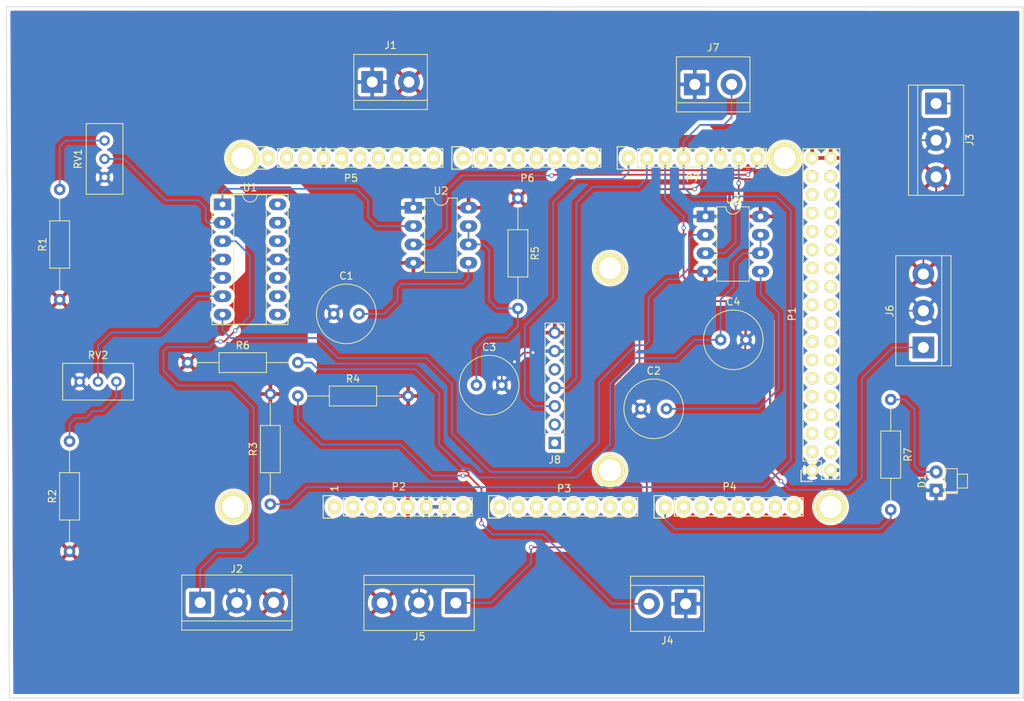
<source format=kicad_pcb>
(kicad_pcb (version 20171130) (host pcbnew "(5.1.6)-1")
  (title_block (date "mar. 31 mars 2015"))
  (layers (0 F.Cu signal) (31 B.Cu signal) (34 B.Paste user) (35 F.Paste user) (36 B.SilkS user) (37 F.SilkS user) (38 B.Mask user) (39 F.Mask user) (44 Edge.Cuts user))
  (net 0 "")
  (net 1 GND)
  (net 2 "Net-(C1-Pad2)")
  (net 3 "Net-(C2-Pad2)")
  (net 4 "Net-(C3-Pad1)")
  (net 5 "Net-(C4-Pad1)")
  (net 6 VCC)
  (net 7 IR_GENTS)
  (net 8 IR_LADIES)
  (net 9 INT2_REED_GENTS)
  (net 10 INT3_FLOW_GENTS)
  (net 11 INT5_FLOW_LADIES)
  (net 12 INT4_REED_LADIES)
  (net 13 MCU_TX)
  (net 14 MCU_RX)
  (net 15 INT1_LADIES)
  (net 16 INT0_GENTS)
  (net 17 "Net-(R1-Pad2)")
  (net 18 "Net-(R2-Pad2)")
  (net 19 CV_GENTS)
  (net 20 CV_LADIES)
  (net 21 GENTS_VOUT)
  (net 22 LADIES_VOUT)
  (net 23 "Net-(D1-Pad2)")
  (net 24 LED)
  (module Potentiometer_THT:Potentiometer_Bourns_3296W_Vertical (layer F.Cu) (at 101.19 101.81)
    (fp_text reference RV2 (at -2.54 -3.66) (layer F.SilkS))
    (fp_text value R_POT)
    (pad 1 thru_hole circle (at 0 0) (size 1.44 1.44) (drill 0.8) (layers *.Cu *.Mask) (net 18 "Net-(R2-Pad2)"))
    (pad 2 thru_hole circle (at -2.54 0) (size 1.44 1.44) (drill 0.8) (layers *.Cu *.Mask) (net 20 CV_LADIES))
    (pad 3 thru_hole circle (at -5.08 0) (size 1.44 1.44) (drill 0.8) (layers *.Cu *.Mask) (net 1 GND))
  )
  (module Socket_Arduino_Mega:Socket_Strip_Arduino_2x18 (layer F.Cu) (at 197.358 114.046 90)
    (fp_text reference P1 (at 21.59 -2.794 90) (layer F.SilkS))
    (fp_text value Digital)
    (pad 1 thru_hole circle (at 0 0 90) (size 1.7272 1.7272) (drill 1.016) (layers *.Cu *.Mask F.SilkS) (net 1 GND))
    (pad 2 thru_hole oval (at 0 2.54 90) (size 1.7272 1.7272) (drill 1.016) (layers *.Cu *.Mask F.SilkS) (net 1 GND))
    (pad 3 thru_hole oval (at 2.54 0 90) (size 1.7272 1.7272) (drill 1.016) (layers *.Cu *.Mask F.SilkS))
    (pad 4 thru_hole oval (at 2.54 2.54 90) (size 1.7272 1.7272) (drill 1.016) (layers *.Cu *.Mask F.SilkS))
    (pad 5 thru_hole oval (at 5.08 0 90) (size 1.7272 1.7272) (drill 1.016) (layers *.Cu *.Mask F.SilkS))
    (pad 6 thru_hole oval (at 5.08 2.54 90) (size 1.7272 1.7272) (drill 1.016) (layers *.Cu *.Mask F.SilkS))
    (pad 7 thru_hole oval (at 7.62 0 90) (size 1.7272 1.7272) (drill 1.016) (layers *.Cu *.Mask F.SilkS))
    (pad 8 thru_hole oval (at 7.62 2.54 90) (size 1.7272 1.7272) (drill 1.016) (layers *.Cu *.Mask F.SilkS))
    (pad 9 thru_hole oval (at 10.16 0 90) (size 1.7272 1.7272) (drill 1.016) (layers *.Cu *.Mask F.SilkS))
    (pad 10 thru_hole oval (at 10.16 2.54 90) (size 1.7272 1.7272) (drill 1.016) (layers *.Cu *.Mask F.SilkS))
    (pad 11 thru_hole oval (at 12.7 0 90) (size 1.7272 1.7272) (drill 1.016) (layers *.Cu *.Mask F.SilkS))
    (pad 12 thru_hole oval (at 12.7 2.54 90) (size 1.7272 1.7272) (drill 1.016) (layers *.Cu *.Mask F.SilkS))
    (pad 13 thru_hole oval (at 15.24 0 90) (size 1.7272 1.7272) (drill 1.016) (layers *.Cu *.Mask F.SilkS))
    (pad 14 thru_hole oval (at 15.24 2.54 90) (size 1.7272 1.7272) (drill 1.016) (layers *.Cu *.Mask F.SilkS))
    (pad 15 thru_hole oval (at 17.78 0 90) (size 1.7272 1.7272) (drill 1.016) (layers *.Cu *.Mask F.SilkS))
    (pad 16 thru_hole oval (at 17.78 2.54 90) (size 1.7272 1.7272) (drill 1.016) (layers *.Cu *.Mask F.SilkS))
    (pad 17 thru_hole oval (at 20.32 0 90) (size 1.7272 1.7272) (drill 1.016) (layers *.Cu *.Mask F.SilkS))
    (pad 18 thru_hole oval (at 20.32 2.54 90) (size 1.7272 1.7272) (drill 1.016) (layers *.Cu *.Mask F.SilkS))
    (pad 19 thru_hole oval (at 22.86 0 90) (size 1.7272 1.7272) (drill 1.016) (layers *.Cu *.Mask F.SilkS))
    (pad 20 thru_hole oval (at 22.86 2.54 90) (size 1.7272 1.7272) (drill 1.016) (layers *.Cu *.Mask F.SilkS))
    (pad 21 thru_hole oval (at 25.4 0 90) (size 1.7272 1.7272) (drill 1.016) (layers *.Cu *.Mask F.SilkS))
    (pad 22 thru_hole oval (at 25.4 2.54 90) (size 1.7272 1.7272) (drill 1.016) (layers *.Cu *.Mask F.SilkS))
    (pad 23 thru_hole oval (at 27.94 0 90) (size 1.7272 1.7272) (drill 1.016) (layers *.Cu *.Mask F.SilkS))
    (pad 24 thru_hole oval (at 27.94 2.54 90) (size 1.7272 1.7272) (drill 1.016) (layers *.Cu *.Mask F.SilkS))
    (pad 25 thru_hole oval (at 30.48 0 90) (size 1.7272 1.7272) (drill 1.016) (layers *.Cu *.Mask F.SilkS))
    (pad 26 thru_hole oval (at 30.48 2.54 90) (size 1.7272 1.7272) (drill 1.016) (layers *.Cu *.Mask F.SilkS))
    (pad 27 thru_hole oval (at 33.02 0 90) (size 1.7272 1.7272) (drill 1.016) (layers *.Cu *.Mask F.SilkS))
    (pad 28 thru_hole oval (at 33.02 2.54 90) (size 1.7272 1.7272) (drill 1.016) (layers *.Cu *.Mask F.SilkS))
    (pad 29 thru_hole oval (at 35.56 0 90) (size 1.7272 1.7272) (drill 1.016) (layers *.Cu *.Mask F.SilkS))
    (pad 30 thru_hole oval (at 35.56 2.54 90) (size 1.7272 1.7272) (drill 1.016) (layers *.Cu *.Mask F.SilkS))
    (pad 31 thru_hole oval (at 38.1 0 90) (size 1.7272 1.7272) (drill 1.016) (layers *.Cu *.Mask F.SilkS))
    (pad 32 thru_hole oval (at 38.1 2.54 90) (size 1.7272 1.7272) (drill 1.016) (layers *.Cu *.Mask F.SilkS))
    (pad 33 thru_hole oval (at 40.64 0 90) (size 1.7272 1.7272) (drill 1.016) (layers *.Cu *.Mask F.SilkS))
    (pad 34 thru_hole oval (at 40.64 2.54 90) (size 1.7272 1.7272) (drill 1.016) (layers *.Cu *.Mask F.SilkS))
    (pad 35 thru_hole oval (at 43.18 0 90) (size 1.7272 1.7272) (drill 1.016) (layers *.Cu *.Mask F.SilkS) (net 6 VCC))
    (pad 36 thru_hole oval (at 43.18 2.54 90) (size 1.7272 1.7272) (drill 1.016) (layers *.Cu *.Mask F.SilkS) (net 6 VCC))
  )
  (module Socket_Arduino_Mega:Socket_Strip_Arduino_1x08 (layer F.Cu) (at 131.318 119.126)
    (fp_text reference P2 (at 8.89 -2.794) (layer F.SilkS))
    (fp_text value Power)
    (pad 1 thru_hole oval (at 0 0) (size 1.7272 2.032) (drill 1.016) (layers *.Cu *.Mask F.SilkS))
    (pad 2 thru_hole oval (at 2.54 0) (size 1.7272 2.032) (drill 1.016) (layers *.Cu *.Mask F.SilkS))
    (pad 3 thru_hole oval (at 5.08 0) (size 1.7272 2.032) (drill 1.016) (layers *.Cu *.Mask F.SilkS))
    (pad 4 thru_hole oval (at 7.62 0) (size 1.7272 2.032) (drill 1.016) (layers *.Cu *.Mask F.SilkS))
    (pad 5 thru_hole oval (at 10.16 0) (size 1.7272 2.032) (drill 1.016) (layers *.Cu *.Mask F.SilkS) (net 6 VCC))
    (pad 6 thru_hole oval (at 12.7 0) (size 1.7272 2.032) (drill 1.016) (layers *.Cu *.Mask F.SilkS) (net 1 GND))
    (pad 7 thru_hole oval (at 15.24 0) (size 1.7272 2.032) (drill 1.016) (layers *.Cu *.Mask F.SilkS) (net 1 GND))
    (pad 8 thru_hole oval (at 17.78 0) (size 1.7272 2.032) (drill 1.016) (layers *.Cu *.Mask F.SilkS))
  )
  (module Socket_Arduino_Mega:Socket_Strip_Arduino_1x08 (layer F.Cu) (at 154.178 119.126)
    (fp_text reference P3 (at 8.89 -2.54) (layer F.SilkS))
    (fp_text value Analog)
    (pad 1 thru_hole oval (at 0 0) (size 1.7272 2.032) (drill 1.016) (layers *.Cu *.Mask F.SilkS))
    (pad 2 thru_hole oval (at 2.54 0) (size 1.7272 2.032) (drill 1.016) (layers *.Cu *.Mask F.SilkS))
    (pad 3 thru_hole oval (at 5.08 0) (size 1.7272 2.032) (drill 1.016) (layers *.Cu *.Mask F.SilkS))
    (pad 4 thru_hole oval (at 7.62 0) (size 1.7272 2.032) (drill 1.016) (layers *.Cu *.Mask F.SilkS))
    (pad 5 thru_hole oval (at 10.16 0) (size 1.7272 2.032) (drill 1.016) (layers *.Cu *.Mask F.SilkS))
    (pad 6 thru_hole oval (at 12.7 0) (size 1.7272 2.032) (drill 1.016) (layers *.Cu *.Mask F.SilkS))
    (pad 7 thru_hole oval (at 15.24 0) (size 1.7272 2.032) (drill 1.016) (layers *.Cu *.Mask F.SilkS))
    (pad 8 thru_hole oval (at 17.78 0) (size 1.7272 2.032) (drill 1.016) (layers *.Cu *.Mask F.SilkS))
  )
  (module Socket_Arduino_Mega:Socket_Strip_Arduino_1x08 (layer F.Cu) (at 177.038 119.126)
    (fp_text reference P4 (at 8.89 -2.794) (layer F.SilkS))
    (fp_text value Analog)
    (pad 1 thru_hole oval (at 0 0) (size 1.7272 2.032) (drill 1.016) (layers *.Cu *.Mask F.SilkS) (net 24 LED))
    (pad 2 thru_hole oval (at 2.54 0) (size 1.7272 2.032) (drill 1.016) (layers *.Cu *.Mask F.SilkS))
    (pad 3 thru_hole oval (at 5.08 0) (size 1.7272 2.032) (drill 1.016) (layers *.Cu *.Mask F.SilkS))
    (pad 4 thru_hole oval (at 7.62 0) (size 1.7272 2.032) (drill 1.016) (layers *.Cu *.Mask F.SilkS))
    (pad 5 thru_hole oval (at 10.16 0) (size 1.7272 2.032) (drill 1.016) (layers *.Cu *.Mask F.SilkS))
    (pad 6 thru_hole oval (at 12.7 0) (size 1.7272 2.032) (drill 1.016) (layers *.Cu *.Mask F.SilkS))
    (pad 7 thru_hole oval (at 15.24 0) (size 1.7272 2.032) (drill 1.016) (layers *.Cu *.Mask F.SilkS))
    (pad 8 thru_hole oval (at 17.78 0) (size 1.7272 2.032) (drill 1.016) (layers *.Cu *.Mask F.SilkS))
  )
  (module Socket_Arduino_Mega:Socket_Strip_Arduino_1x10 (layer F.Cu) (at 122.174 70.866)
    (fp_text reference P5 (at 11.43 2.794) (layer F.SilkS))
    (fp_text value PWM)
    (pad 1 thru_hole oval (at 0 0) (size 1.7272 2.032) (drill 1.016) (layers *.Cu *.Mask F.SilkS))
    (pad 2 thru_hole oval (at 2.54 0) (size 1.7272 2.032) (drill 1.016) (layers *.Cu *.Mask F.SilkS))
    (pad 3 thru_hole oval (at 5.08 0) (size 1.7272 2.032) (drill 1.016) (layers *.Cu *.Mask F.SilkS))
    (pad 4 thru_hole oval (at 7.62 0) (size 1.7272 2.032) (drill 1.016) (layers *.Cu *.Mask F.SilkS) (net 1 GND))
    (pad 5 thru_hole oval (at 10.16 0) (size 1.7272 2.032) (drill 1.016) (layers *.Cu *.Mask F.SilkS))
    (pad 6 thru_hole oval (at 12.7 0) (size 1.7272 2.032) (drill 1.016) (layers *.Cu *.Mask F.SilkS))
    (pad 7 thru_hole oval (at 15.24 0) (size 1.7272 2.032) (drill 1.016) (layers *.Cu *.Mask F.SilkS))
    (pad 8 thru_hole oval (at 17.78 0) (size 1.7272 2.032) (drill 1.016) (layers *.Cu *.Mask F.SilkS))
    (pad 9 thru_hole oval (at 20.32 0) (size 1.7272 2.032) (drill 1.016) (layers *.Cu *.Mask F.SilkS))
    (pad 10 thru_hole oval (at 22.86 0) (size 1.7272 2.032) (drill 1.016) (layers *.Cu *.Mask F.SilkS))
  )
  (module Socket_Arduino_Mega:Socket_Strip_Arduino_1x08 (layer F.Cu) (at 149.098 70.866)
    (fp_text reference P6 (at 8.89 2.794) (layer F.SilkS))
    (fp_text value PWM)
    (pad 1 thru_hole oval (at 0 0) (size 1.7272 2.032) (drill 1.016) (layers *.Cu *.Mask F.SilkS))
    (pad 2 thru_hole oval (at 2.54 0) (size 1.7272 2.032) (drill 1.016) (layers *.Cu *.Mask F.SilkS))
    (pad 3 thru_hole oval (at 5.08 0) (size 1.7272 2.032) (drill 1.016) (layers *.Cu *.Mask F.SilkS))
    (pad 4 thru_hole oval (at 7.62 0) (size 1.7272 2.032) (drill 1.016) (layers *.Cu *.Mask F.SilkS))
    (pad 5 thru_hole oval (at 10.16 0) (size 1.7272 2.032) (drill 1.016) (layers *.Cu *.Mask F.SilkS))
    (pad 6 thru_hole oval (at 12.7 0) (size 1.7272 2.032) (drill 1.016) (layers *.Cu *.Mask F.SilkS))
    (pad 7 thru_hole oval (at 15.24 0) (size 1.7272 2.032) (drill 1.016) (layers *.Cu *.Mask F.SilkS))
    (pad 8 thru_hole oval (at 17.78 0) (size 1.7272 2.032) (drill 1.016) (layers *.Cu *.Mask F.SilkS))
  )
  (module Socket_Arduino_Mega:Socket_Strip_Arduino_1x08 (layer F.Cu) (at 171.958 70.866)
    (fp_text reference P7 (at 8.89 2.794) (layer F.SilkS))
    (fp_text value Communication)
    (pad 1 thru_hole oval (at 0 0) (size 1.7272 2.032) (drill 1.016) (layers *.Cu *.Mask F.SilkS) (net 13 MCU_TX))
    (pad 2 thru_hole oval (at 2.54 0) (size 1.7272 2.032) (drill 1.016) (layers *.Cu *.Mask F.SilkS) (net 14 MCU_RX))
    (pad 3 thru_hole oval (at 5.08 0) (size 1.7272 2.032) (drill 1.016) (layers *.Cu *.Mask F.SilkS) (net 11 INT5_FLOW_LADIES))
    (pad 4 thru_hole oval (at 7.62 0) (size 1.7272 2.032) (drill 1.016) (layers *.Cu *.Mask F.SilkS) (net 12 INT4_REED_LADIES))
    (pad 5 thru_hole oval (at 10.16 0) (size 1.7272 2.032) (drill 1.016) (layers *.Cu *.Mask F.SilkS) (net 10 INT3_FLOW_GENTS))
    (pad 6 thru_hole oval (at 12.7 0) (size 1.7272 2.032) (drill 1.016) (layers *.Cu *.Mask F.SilkS) (net 9 INT2_REED_GENTS))
    (pad 7 thru_hole oval (at 15.24 0) (size 1.7272 2.032) (drill 1.016) (layers *.Cu *.Mask F.SilkS) (net 15 INT1_LADIES))
    (pad 8 thru_hole oval (at 17.78 0) (size 1.7272 2.032) (drill 1.016) (layers *.Cu *.Mask F.SilkS) (net 16 INT0_GENTS))
  )
  (module Socket_Arduino_Mega:Arduino_1pin (layer F.Cu) (at 117.348 119.126)
    (fp_text reference P8 hide)
    (fp_text value CONN_01X01 hide)
    (pad 1 thru_hole circle (at 0 0) (size 4.064 4.064) (drill 3.048) (layers *.Cu *.Mask F.SilkS))
  )
  (module Socket_Arduino_Mega:Arduino_1pin (layer F.Cu) (at 169.418 114.046)
    (fp_text reference P9 hide)
    (fp_text value CONN_01X01 hide)
    (pad 1 thru_hole circle (at 0 0) (size 4.064 4.064) (drill 3.048) (layers *.Cu *.Mask F.SilkS))
  )
  (module Socket_Arduino_Mega:Arduino_1pin (layer F.Cu) (at 199.898 119.126)
    (fp_text reference P10 hide)
    (fp_text value CONN_01X01 hide)
    (pad 1 thru_hole circle (at 0 0) (size 4.064 4.064) (drill 3.048) (layers *.Cu *.Mask F.SilkS))
  )
  (module Socket_Arduino_Mega:Arduino_1pin (layer F.Cu) (at 118.618 70.866)
    (fp_text reference P11 hide)
    (fp_text value CONN_01X01 hide)
    (pad 1 thru_hole circle (at 0 0) (size 4.064 4.064) (drill 3.048) (layers *.Cu *.Mask F.SilkS))
  )
  (module Socket_Arduino_Mega:Arduino_1pin (layer F.Cu) (at 169.418 86.106)
    (fp_text reference P12 hide)
    (fp_text value CONN_01X01 hide)
    (pad 1 thru_hole circle (at 0 0) (size 4.064 4.064) (drill 3.048) (layers *.Cu *.Mask F.SilkS))
  )
  (module Socket_Arduino_Mega:Arduino_1pin (layer F.Cu) (at 193.548 70.866)
    (fp_text reference P13 hide)
    (fp_text value CONN_01X01 hide)
    (pad 1 thru_hole circle (at 0 0) (size 4.064 4.064) (drill 3.048) (layers *.Cu *.Mask F.SilkS))
  )
  (module Capacitor_THT:C_Radial_D8.0mm_H11.5mm_P3.50mm (layer F.Cu) (at 131.22 92.43)
    (fp_text reference C1 (at 1.75 -5.25) (layer F.SilkS))
    (fp_text value C)
    (pad 2 thru_hole circle (at 3.5 0) (size 1.6 1.6) (drill 0.8) (layers *.Cu *.Mask) (net 2 "Net-(C1-Pad2)"))
    (pad 1 thru_hole circle (at 0 0) (size 1.6 1.6) (drill 0.8) (layers *.Cu *.Mask) (net 1 GND))
  )
  (module Capacitor_THT:C_Radial_D8.0mm_H11.5mm_P3.50mm (layer F.Cu) (at 173.7 105.56)
    (fp_text reference C2 (at 1.75 -5.25) (layer F.SilkS))
    (fp_text value C)
    (pad 2 thru_hole circle (at 3.5 0) (size 1.6 1.6) (drill 0.8) (layers *.Cu *.Mask) (net 3 "Net-(C2-Pad2)"))
    (pad 1 thru_hole circle (at 0 0) (size 1.6 1.6) (drill 0.8) (layers *.Cu *.Mask) (net 1 GND))
  )
  (module Capacitor_THT:C_Radial_D8.0mm_H11.5mm_P3.50mm (layer F.Cu) (at 150.95 102.29)
    (fp_text reference C3 (at 1.75 -5.25) (layer F.SilkS))
    (fp_text value C)
    (pad 1 thru_hole circle (at 0 0) (size 1.6 1.6) (drill 0.8) (layers *.Cu *.Mask) (net 4 "Net-(C3-Pad1)"))
    (pad 2 thru_hole circle (at 3.5 0) (size 1.6 1.6) (drill 0.8) (layers *.Cu *.Mask) (net 1 GND))
  )
  (module Capacitor_THT:C_Radial_D8.0mm_H11.5mm_P3.50mm (layer F.Cu) (at 184.7 96.02)
    (fp_text reference C4 (at 1.75 -5.25) (layer F.SilkS))
    (fp_text value C)
    (pad 1 thru_hole circle (at 0 0) (size 1.6 1.6) (drill 0.8) (layers *.Cu *.Mask) (net 5 "Net-(C4-Pad1)"))
    (pad 2 thru_hole circle (at 3.5 0) (size 1.6 1.6) (drill 0.8) (layers *.Cu *.Mask) (net 1 GND))
  )
  (module TerminalBlock:TerminalBlock_bornier-2_P5.08mm (layer F.Cu) (at 136.54 60.36)
    (fp_text reference J1 (at 2.54 -5.08) (layer F.SilkS))
    (fp_text value Screw_Terminal_01x02)
    (pad 1 thru_hole rect (at 0 0) (size 3 3) (drill 1.52) (layers *.Cu *.Mask) (net 1 GND))
    (pad 2 thru_hole circle (at 5.08 0) (size 3 3) (drill 1.52) (layers *.Cu *.Mask) (net 6 VCC))
  )
  (module TerminalBlock:TerminalBlock_bornier-3_P5.08mm (layer F.Cu) (at 112.76 132.36)
    (fp_text reference J2 (at 5.05 -4.65) (layer F.SilkS))
    (fp_text value Screw_Terminal_01x03)
    (pad 3 thru_hole circle (at 10.16 0) (size 3 3) (drill 1.52) (layers *.Cu *.Mask) (net 6 VCC))
    (pad 2 thru_hole circle (at 5.08 0) (size 3 3) (drill 1.52) (layers *.Cu *.Mask) (net 1 GND))
    (pad 1 thru_hole rect (at 0 0) (size 3 3) (drill 1.52) (layers *.Cu *.Mask) (net 7 IR_GENTS))
  )
  (module TerminalBlock:TerminalBlock_bornier-3_P5.08mm (layer F.Cu) (at 214.48 63.33 270)
    (fp_text reference J3 (at 5.05 -4.65 90) (layer F.SilkS))
    (fp_text value Screw_Terminal_01x03)
    (pad 1 thru_hole rect (at 0 0 270) (size 3 3) (drill 1.52) (layers *.Cu *.Mask) (net 8 IR_LADIES))
    (pad 2 thru_hole circle (at 5.08 0 270) (size 3 3) (drill 1.52) (layers *.Cu *.Mask) (net 1 GND))
    (pad 3 thru_hole circle (at 10.16 0 270) (size 3 3) (drill 1.52) (layers *.Cu *.Mask) (net 6 VCC))
  )
  (module TerminalBlock:TerminalBlock_bornier-2_P5.08mm (layer F.Cu) (at 179.87 132.53 180)
    (fp_text reference J4 (at 2.54 -5.08) (layer F.SilkS))
    (fp_text value Screw_Terminal_01x02)
    (pad 1 thru_hole rect (at 0 0 180) (size 3 3) (drill 1.52) (layers *.Cu *.Mask) (net 1 GND))
    (pad 2 thru_hole circle (at 5.08 0 180) (size 3 3) (drill 1.52) (layers *.Cu *.Mask) (net 9 INT2_REED_GENTS))
  )
  (module TerminalBlock:TerminalBlock_bornier-3_P5.08mm (layer F.Cu) (at 148.1 132.41 180)
    (fp_text reference J5 (at 5.05 -4.65) (layer F.SilkS))
    (fp_text value Screw_Terminal_01x03)
    (pad 1 thru_hole rect (at 0 0 180) (size 3 3) (drill 1.52) (layers *.Cu *.Mask) (net 10 INT3_FLOW_GENTS))
    (pad 2 thru_hole circle (at 5.08 0 180) (size 3 3) (drill 1.52) (layers *.Cu *.Mask) (net 1 GND))
    (pad 3 thru_hole circle (at 10.16 0 180) (size 3 3) (drill 1.52) (layers *.Cu *.Mask) (net 6 VCC))
  )
  (module TerminalBlock:TerminalBlock_bornier-3_P5.08mm (layer F.Cu) (at 212.72 97.08 90)
    (fp_text reference J6 (at 5.05 -4.65 90) (layer F.SilkS))
    (fp_text value Screw_Terminal_01x03)
    (pad 3 thru_hole circle (at 10.16 0 90) (size 3 3) (drill 1.52) (layers *.Cu *.Mask) (net 6 VCC))
    (pad 2 thru_hole circle (at 5.08 0 90) (size 3 3) (drill 1.52) (layers *.Cu *.Mask) (net 1 GND))
    (pad 1 thru_hole rect (at 0 0 90) (size 3 3) (drill 1.52) (layers *.Cu *.Mask) (net 11 INT5_FLOW_LADIES))
  )
  (module TerminalBlock:TerminalBlock_bornier-2_P5.08mm (layer F.Cu) (at 181.13 60.69)
    (fp_text reference J7 (at 2.54 -5.08) (layer F.SilkS))
    (fp_text value Screw_Terminal_01x02)
    (pad 2 thru_hole circle (at 5.08 0) (size 3 3) (drill 1.52) (layers *.Cu *.Mask) (net 12 INT4_REED_LADIES))
    (pad 1 thru_hole rect (at 0 0) (size 3 3) (drill 1.52) (layers *.Cu *.Mask) (net 1 GND))
  )
  (module Connector_PinHeader_2.54mm:PinHeader_1x07_P2.54mm_Vertical (layer F.Cu) (at 161.77 110.28 180)
    (fp_text reference J8 (at 0 -2.33) (layer F.SilkS))
    (fp_text value Conn_01x07_Female)
    (pad 1 thru_hole rect (at 0 0 180) (size 1.7 1.7) (drill 1) (layers *.Cu *.Mask))
    (pad 2 thru_hole oval (at 0 2.54 180) (size 1.7 1.7) (drill 1) (layers *.Cu *.Mask))
    (pad 3 thru_hole oval (at 0 5.08 180) (size 1.7 1.7) (drill 1) (layers *.Cu *.Mask) (net 13 MCU_TX))
    (pad 4 thru_hole oval (at 0 7.62 180) (size 1.7 1.7) (drill 1) (layers *.Cu *.Mask) (net 14 MCU_RX))
    (pad 5 thru_hole oval (at 0 10.16 180) (size 1.7 1.7) (drill 1) (layers *.Cu *.Mask))
    (pad 6 thru_hole oval (at 0 12.7 180) (size 1.7 1.7) (drill 1) (layers *.Cu *.Mask) (net 1 GND))
    (pad 7 thru_hole oval (at 0 15.24 180) (size 1.7 1.7) (drill 1) (layers *.Cu *.Mask) (net 6 VCC))
  )
  (module Resistor_THT:R_Axial_DIN0207_L6.3mm_D2.5mm_P15.24mm_Horizontal (layer F.Cu) (at 93.35 90.46 90)
    (fp_text reference R1 (at 7.62 -2.37 90) (layer F.SilkS))
    (fp_text value R)
    (pad 2 thru_hole oval (at 15.24 0 90) (size 1.6 1.6) (drill 0.8) (layers *.Cu *.Mask) (net 17 "Net-(R1-Pad2)"))
    (pad 1 thru_hole circle (at 0 0 90) (size 1.6 1.6) (drill 0.8) (layers *.Cu *.Mask) (net 6 VCC))
  )
  (module Resistor_THT:R_Axial_DIN0207_L6.3mm_D2.5mm_P15.24mm_Horizontal (layer F.Cu) (at 94.71 125.29 90)
    (fp_text reference R2 (at 7.62 -2.37 90) (layer F.SilkS))
    (fp_text value R)
    (pad 1 thru_hole circle (at 0 0 90) (size 1.6 1.6) (drill 0.8) (layers *.Cu *.Mask) (net 6 VCC))
    (pad 2 thru_hole oval (at 15.24 0 90) (size 1.6 1.6) (drill 0.8) (layers *.Cu *.Mask) (net 18 "Net-(R2-Pad2)"))
  )
  (module Resistor_THT:R_Axial_DIN0207_L6.3mm_D2.5mm_P15.24mm_Horizontal (layer F.Cu) (at 122.46 118.76 90)
    (fp_text reference R3 (at 7.62 -2.37 90) (layer F.SilkS))
    (fp_text value R)
    (pad 2 thru_hole oval (at 15.24 0 90) (size 1.6 1.6) (drill 0.8) (layers *.Cu *.Mask) (net 6 VCC))
    (pad 1 thru_hole circle (at 0 0 90) (size 1.6 1.6) (drill 0.8) (layers *.Cu *.Mask) (net 12 INT4_REED_LADIES))
  )
  (module Resistor_THT:R_Axial_DIN0207_L6.3mm_D2.5mm_P15.24mm_Horizontal (layer F.Cu) (at 126.27 103.79)
    (fp_text reference R4 (at 7.62 -2.37) (layer F.SilkS))
    (fp_text value R)
    (pad 2 thru_hole oval (at 15.24 0) (size 1.6 1.6) (drill 0.8) (layers *.Cu *.Mask) (net 6 VCC))
    (pad 1 thru_hole circle (at 0 0) (size 1.6 1.6) (drill 0.8) (layers *.Cu *.Mask) (net 9 INT2_REED_GENTS))
  )
  (module Resistor_THT:R_Axial_DIN0207_L6.3mm_D2.5mm_P15.24mm_Horizontal (layer F.Cu) (at 156.68 76.44 270)
    (fp_text reference R5 (at 7.62 -2.37 90) (layer F.SilkS))
    (fp_text value R)
    (pad 1 thru_hole circle (at 0 0 270) (size 1.6 1.6) (drill 0.8) (layers *.Cu *.Mask) (net 6 VCC))
    (pad 2 thru_hole oval (at 15.24 0 270) (size 1.6 1.6) (drill 0.8) (layers *.Cu *.Mask) (net 4 "Net-(C3-Pad1)"))
  )
  (module Resistor_THT:R_Axial_DIN0207_L6.3mm_D2.5mm_P15.24mm_Horizontal (layer F.Cu) (at 111.03 99.17)
    (fp_text reference R6 (at 7.62 -2.37) (layer F.SilkS))
    (fp_text value R)
    (pad 1 thru_hole circle (at 0 0) (size 1.6 1.6) (drill 0.8) (layers *.Cu *.Mask) (net 6 VCC))
    (pad 2 thru_hole oval (at 15.24 0) (size 1.6 1.6) (drill 0.8) (layers *.Cu *.Mask) (net 5 "Net-(C4-Pad1)"))
  )
  (module Potentiometer_THT:Potentiometer_Bourns_3296W_Vertical (layer F.Cu) (at 99.55 68.46 90)
    (fp_text reference RV1 (at -2.54 -3.66 90) (layer F.SilkS))
    (fp_text value R_POT)
    (pad 3 thru_hole circle (at -5.08 0 90) (size 1.44 1.44) (drill 0.8) (layers *.Cu *.Mask) (net 1 GND))
    (pad 2 thru_hole circle (at -2.54 0 90) (size 1.44 1.44) (drill 0.8) (layers *.Cu *.Mask) (net 19 CV_GENTS))
    (pad 1 thru_hole circle (at 0 0 90) (size 1.44 1.44) (drill 0.8) (layers *.Cu *.Mask) (net 17 "Net-(R1-Pad2)"))
  )
  (module Package_DIP:DIP-14_W7.62mm_Socket_LongPads (layer F.Cu) (at 115.85 77.29)
    (fp_text reference U1 (at 3.81 -2.33) (layer F.SilkS))
    (fp_text value LM324A)
    (pad 1 thru_hole rect (at 0 0) (size 2.4 1.6) (drill 0.8) (layers *.Cu *.Mask) (net 21 GENTS_VOUT))
    (pad 8 thru_hole oval (at 7.62 15.24) (size 2.4 1.6) (drill 0.8) (layers *.Cu *.Mask))
    (pad 2 thru_hole oval (at 0 2.54) (size 2.4 1.6) (drill 0.8) (layers *.Cu *.Mask) (net 19 CV_GENTS))
    (pad 9 thru_hole oval (at 7.62 12.7) (size 2.4 1.6) (drill 0.8) (layers *.Cu *.Mask))
    (pad 3 thru_hole oval (at 0 5.08) (size 2.4 1.6) (drill 0.8) (layers *.Cu *.Mask) (net 7 IR_GENTS))
    (pad 10 thru_hole oval (at 7.62 10.16) (size 2.4 1.6) (drill 0.8) (layers *.Cu *.Mask))
    (pad 4 thru_hole oval (at 0 7.62) (size 2.4 1.6) (drill 0.8) (layers *.Cu *.Mask) (net 6 VCC))
    (pad 11 thru_hole oval (at 7.62 7.62) (size 2.4 1.6) (drill 0.8) (layers *.Cu *.Mask) (net 1 GND))
    (pad 5 thru_hole oval (at 0 10.16) (size 2.4 1.6) (drill 0.8) (layers *.Cu *.Mask) (net 8 IR_LADIES))
    (pad 12 thru_hole oval (at 7.62 5.08) (size 2.4 1.6) (drill 0.8) (layers *.Cu *.Mask))
    (pad 6 thru_hole oval (at 0 12.7) (size 2.4 1.6) (drill 0.8) (layers *.Cu *.Mask) (net 20 CV_LADIES))
    (pad 13 thru_hole oval (at 7.62 2.54) (size 2.4 1.6) (drill 0.8) (layers *.Cu *.Mask))
    (pad 7 thru_hole oval (at 0 15.24) (size 2.4 1.6) (drill 0.8) (layers *.Cu *.Mask) (net 22 LADIES_VOUT))
    (pad 14 thru_hole oval (at 7.62 0) (size 2.4 1.6) (drill 0.8) (layers *.Cu *.Mask))
  )
  (module Package_DIP:DIP-8_W7.62mm_LongPads (layer F.Cu) (at 142.23 77.75)
    (fp_text reference U2 (at 3.81 -2.33) (layer F.SilkS))
    (fp_text value LM555xM)
    (pad 1 thru_hole rect (at 0 0) (size 2.4 1.6) (drill 0.8) (layers *.Cu *.Mask) (net 1 GND))
    (pad 5 thru_hole oval (at 7.62 7.62) (size 2.4 1.6) (drill 0.8) (layers *.Cu *.Mask) (net 2 "Net-(C1-Pad2)"))
    (pad 2 thru_hole oval (at 0 2.54) (size 2.4 1.6) (drill 0.8) (layers *.Cu *.Mask) (net 21 GENTS_VOUT))
    (pad 6 thru_hole oval (at 7.62 5.08) (size 2.4 1.6) (drill 0.8) (layers *.Cu *.Mask) (net 4 "Net-(C3-Pad1)"))
    (pad 3 thru_hole oval (at 0 5.08) (size 2.4 1.6) (drill 0.8) (layers *.Cu *.Mask) (net 16 INT0_GENTS))
    (pad 7 thru_hole oval (at 7.62 2.54) (size 2.4 1.6) (drill 0.8) (layers *.Cu *.Mask) (net 4 "Net-(C3-Pad1)"))
    (pad 4 thru_hole oval (at 0 7.62) (size 2.4 1.6) (drill 0.8) (layers *.Cu *.Mask) (net 6 VCC))
    (pad 8 thru_hole oval (at 7.62 0) (size 2.4 1.6) (drill 0.8) (layers *.Cu *.Mask) (net 6 VCC))
  )
  (module Package_DIP:DIP-8_W7.62mm_LongPads (layer F.Cu) (at 182.6 78.96)
    (fp_text reference U3 (at 3.81 -2.33) (layer F.SilkS))
    (fp_text value LM555xM)
    (pad 8 thru_hole oval (at 7.62 0) (size 2.4 1.6) (drill 0.8) (layers *.Cu *.Mask) (net 6 VCC))
    (pad 4 thru_hole oval (at 0 7.62) (size 2.4 1.6) (drill 0.8) (layers *.Cu *.Mask) (net 6 VCC))
    (pad 7 thru_hole oval (at 7.62 2.54) (size 2.4 1.6) (drill 0.8) (layers *.Cu *.Mask) (net 5 "Net-(C4-Pad1)"))
    (pad 3 thru_hole oval (at 0 5.08) (size 2.4 1.6) (drill 0.8) (layers *.Cu *.Mask) (net 15 INT1_LADIES))
    (pad 6 thru_hole oval (at 7.62 5.08) (size 2.4 1.6) (drill 0.8) (layers *.Cu *.Mask) (net 5 "Net-(C4-Pad1)"))
    (pad 2 thru_hole oval (at 0 2.54) (size 2.4 1.6) (drill 0.8) (layers *.Cu *.Mask) (net 22 LADIES_VOUT))
    (pad 5 thru_hole oval (at 7.62 7.62) (size 2.4 1.6) (drill 0.8) (layers *.Cu *.Mask) (net 3 "Net-(C2-Pad2)"))
    (pad 1 thru_hole rect (at 0 0) (size 2.4 1.6) (drill 0.8) (layers *.Cu *.Mask) (net 1 GND))
  )
  (module LED_THT:LED_D1.8mm_W1.8mm_H2.4mm_Horizontal_O1.27mm_Z1.6mm (layer F.Cu) (at 214.48 116.83 90)
    (fp_text reference D1 (at 1.27 -1.96 90) (layer F.SilkS))
    (fp_text value LED)
    (pad 1 thru_hole rect (at 0 0 90) (size 1.8 1.8) (drill 0.9) (layers *.Cu *.Mask) (net 1 GND))
    (pad 2 thru_hole circle (at 2.54 0 90) (size 1.8 1.8) (drill 0.9) (layers *.Cu *.Mask) (net 23 "Net-(D1-Pad2)"))
  )
  (module Resistor_THT:R_Axial_DIN0207_L6.3mm_D2.5mm_P15.24mm_Horizontal (layer F.Cu) (at 208.21 104.28 270)
    (fp_text reference R7 (at 7.62 -2.37 90) (layer F.SilkS))
    (fp_text value R)
    (pad 1 thru_hole circle (at 0 0 270) (size 1.6 1.6) (drill 0.8) (layers *.Cu *.Mask) (net 23 "Net-(D1-Pad2)"))
    (pad 2 thru_hole oval (at 15.24 0 270) (size 1.6 1.6) (drill 0.8) (layers *.Cu *.Mask) (net 24 LED))
  )
  (gr_line (start 85.98 49.95) (end 226.52 49.98) (layer Edge.Cuts) (width 0.1))
  (gr_line (start 85.97 49.98) (end 85.98 49.95) (layer Edge.Cuts) (width 0.1))
  (gr_line (start 86.4 145.56) (end 85.97 49.98) (layer Edge.Cuts) (width 0.1))
  (gr_line (start 226.52 145.56) (end 86.4 145.56) (layer Edge.Cuts) (width 0.1))
  (gr_line (start 226.52 49.98) (end 226.52 145.56) (layer Edge.Cuts) (width 0.1))
  (gr_text 1 (at 131.318 116.586 90) (layer F.SilkS) (effects (font (size 1 1))))
  (segment (start 117.84 132.36) (end 117.84 128.54) (width 0.25) (layer B.Cu) (net 1))
  (segment (start 117.84 128.54) (end 120.904 125.476) (width 0.25) (layer B.Cu) (net 1))
  (segment (start 120.904 125.476) (end 140.97 125.476) (width 0.25) (layer B.Cu) (net 1))
  (segment (start 143.02 127.526) (end 143.02 132.41) (width 0.25) (layer B.Cu) (net 1))
  (segment (start 140.97 125.476) (end 143.02 127.526) (width 0.25) (layer B.Cu) (net 1))
  (segment (start 161.77 97.58) (end 158.96 97.58) (width 0.25) (layer B.Cu) (net 1))
  (segment (start 158.96 97.58) (end 158.75 97.79) (width 0.25) (layer B.Cu) (net 1))
  (segment (start 154.45 102.29) (end 154.45 99.84) (width 0.25) (layer B.Cu) (net 1))
  (segment (start 154.45 99.84) (end 155.23 99.06) (width 0.25) (layer B.Cu) (net 1))
  (segment (start 155.23 99.06) (end 156.21 99.06) (width 0.25) (layer B.Cu) (net 1))
  (segment (start 158.75 97.79) (end 158.75 97.79) (width 0.25) (layer B.Cu) (net 1))
  (via (at 158.75 97.79) (size 0.6) (drill 0.4) (layers F.Cu B.Cu) (net 1))
  (segment (start 156.21 99.06) (end 156.21 99.06) (width 0.25) (layer B.Cu) (net 1))
  (via (at 156.21 99.06) (size 0.6) (drill 0.4) (layers F.Cu B.Cu) (net 1))
  (segment (start 157.48 97.79) (end 156.21 99.06) (width 0.25) (layer F.Cu) (net 1))
  (segment (start 158.75 97.79) (end 157.48 97.79) (width 0.25) (layer F.Cu) (net 1))
  (segment (start 214.48 68.41) (end 210.77 68.41) (width 0.25) (layer B.Cu) (net 1))
  (segment (start 210.77 68.41) (end 206.22 72.96) (width 0.25) (layer B.Cu) (net 1))
  (segment (start 206.22 72.96) (end 206.22 88.87) (width 0.25) (layer B.Cu) (net 1))
  (segment (start 209.35 92) (end 212.72 92) (width 0.25) (layer B.Cu) (net 1))
  (segment (start 206.22 88.87) (end 209.35 92) (width 0.25) (layer B.Cu) (net 1))
  (segment (start 182.6 78.96) (end 178.3 78.96) (width 0.25) (layer F.Cu) (net 1))
  (segment (start 178.3 78.96) (end 176.93 80.33) (width 0.25) (layer F.Cu) (net 1))
  (segment (start 176.93 80.33) (end 176.93 86.83) (width 0.25) (layer F.Cu) (net 1))
  (segment (start 176.93 86.83) (end 183.19 93.09) (width 0.25) (layer F.Cu) (net 1))
  (segment (start 183.19 93.09) (end 186.79 93.09) (width 0.25) (layer F.Cu) (net 1))
  (segment (start 188.2 94.5) (end 188.2 96.02) (width 0.25) (layer F.Cu) (net 1))
  (segment (start 188.1 94.4) (end 188.1 112.62) (width 0.25) (layer F.Cu) (net 1))
  (segment (start 188.1 94.4) (end 188.2 94.5) (width 0.25) (layer F.Cu) (net 1))
  (segment (start 186.79 93.09) (end 188.1 94.4) (width 0.25) (layer F.Cu) (net 1))
  (segment (start 188.1 112.62) (end 192.55 117.07) (width 0.25) (layer F.Cu) (net 1))
  (segment (start 192.55 117.07) (end 192.81 117.07) (width 0.25) (layer F.Cu) (net 1))
  (segment (start 192.81 117.07) (end 193.95 115.93) (width 0.25) (layer F.Cu) (net 1))
  (segment (start 193.95 115.93) (end 201.39 115.93) (width 0.25) (layer F.Cu) (net 1))
  (segment (start 201.39 115.93) (end 202.67 114.65) (width 0.25) (layer F.Cu) (net 1))
  (segment (start 202.67 114.65) (end 202.67 100.78) (width 0.25) (layer F.Cu) (net 1))
  (segment (start 202.67 100.78) (end 207.32 96.13) (width 0.25) (layer F.Cu) (net 1))
  (segment (start 207.32 96.13) (end 207.32 93.9) (width 0.25) (layer F.Cu) (net 1))
  (segment (start 207.32 93.9) (end 209.29 91.93) (width 0.25) (layer F.Cu) (net 1))
  (segment (start 182.6 75.43) (end 182.6 78.96) (width 0.25) (layer F.Cu) (net 1))
  (segment (start 187.401012 73.63601) (end 184.39399 73.63601) (width 0.25) (layer F.Cu) (net 1))
  (segment (start 187.576003 73.811001) (end 187.401012 73.63601) (width 0.25) (layer F.Cu) (net 1))
  (segment (start 189.618999 73.811001) (end 187.576003 73.811001) (width 0.25) (layer F.Cu) (net 1))
  (segment (start 190.16 73.27) (end 189.618999 73.811001) (width 0.25) (layer F.Cu) (net 1))
  (segment (start 176.75 65.97) (end 174.63 68.09) (width 0.25) (layer F.Cu) (net 1))
  (segment (start 176.75 62.42) (end 176.75 65.97) (width 0.25) (layer F.Cu) (net 1))
  (segment (start 174.63 68.09) (end 170.78 68.09) (width 0.25) (layer F.Cu) (net 1))
  (segment (start 181.13 60.69) (end 178.48 60.69) (width 0.25) (layer F.Cu) (net 1))
  (segment (start 169.610981 72.560999) (end 189.450999 72.560999) (width 0.25) (layer F.Cu) (net 1))
  (segment (start 170.78 68.09) (end 169.43 69.44) (width 0.25) (layer F.Cu) (net 1))
  (segment (start 169.43 69.44) (end 169.43 72.73) (width 0.25) (layer F.Cu) (net 1))
  (segment (start 184.39399 73.63601) (end 182.6 75.43) (width 0.25) (layer F.Cu) (net 1))
  (segment (start 169.43 72.73) (end 169.43599 72.73599) (width 0.25) (layer F.Cu) (net 1))
  (segment (start 169.43599 72.73599) (end 169.610981 72.560999) (width 0.25) (layer F.Cu) (net 1))
  (segment (start 178.48 60.69) (end 176.75 62.42) (width 0.25) (layer F.Cu) (net 1))
  (segment (start 189.450999 72.560999) (end 190.16 73.27) (width 0.25) (layer F.Cu) (net 1))
  (segment (start 134.72 92.43) (end 138.2 92.43) (width 0.25) (layer B.Cu) (net 2))
  (segment (start 138.2 92.43) (end 140.04 90.59) (width 0.25) (layer B.Cu) (net 2))
  (segment (start 140.04 90.59) (end 140.04 88.84) (width 0.25) (layer B.Cu) (net 2))
  (segment (start 140.04 88.84) (end 140.59 88.29) (width 0.25) (layer B.Cu) (net 2))
  (segment (start 140.59 88.29) (end 149.03 88.29) (width 0.25) (layer B.Cu) (net 2))
  (segment (start 149.85 87.47) (end 149.85 85.37) (width 0.25) (layer B.Cu) (net 2))
  (segment (start 149.03 88.29) (end 149.85 87.47) (width 0.25) (layer B.Cu) (net 2))
  (segment (start 177.2 105.56) (end 189.95 105.56) (width 0.25) (layer B.Cu) (net 3))
  (segment (start 189.95 105.56) (end 192.73 102.78) (width 0.25) (layer B.Cu) (net 3))
  (segment (start 192.73 102.78) (end 192.73 92.24) (width 0.25) (layer B.Cu) (net 3))
  (segment (start 190.22 89.73) (end 190.22 86.58) (width 0.25) (layer B.Cu) (net 3))
  (segment (start 192.73 92.24) (end 190.22 89.73) (width 0.25) (layer B.Cu) (net 3))
  (segment (start 156.68 91.68) (end 156.68 94.16) (width 0.25) (layer B.Cu) (net 4))
  (segment (start 156.68 94.16) (end 155.12 95.72) (width 0.25) (layer B.Cu) (net 4))
  (segment (start 155.12 95.72) (end 152.44 95.72) (width 0.25) (layer B.Cu) (net 4))
  (segment (start 150.95 97.21) (end 150.95 102.29) (width 0.25) (layer B.Cu) (net 4))
  (segment (start 152.44 95.72) (end 150.95 97.21) (width 0.25) (layer B.Cu) (net 4))
  (segment (start 149.85 82.83) (end 151.9 82.83) (width 0.25) (layer B.Cu) (net 4))
  (segment (start 151.9 82.83) (end 152.7 83.63) (width 0.25) (layer B.Cu) (net 4))
  (segment (start 152.7 83.63) (end 152.7 90.57) (width 0.25) (layer B.Cu) (net 4))
  (segment (start 153.81 91.68) (end 156.68 91.68) (width 0.25) (layer B.Cu) (net 4))
  (segment (start 152.7 90.57) (end 153.81 91.68) (width 0.25) (layer B.Cu) (net 4))
  (segment (start 149.85 80.29) (end 149.85 82.83) (width 0.25) (layer B.Cu) (net 4))
  (segment (start 190.22 84.04) (end 187.84 84.04) (width 0.25) (layer B.Cu) (net 5))
  (segment (start 187.84 84.04) (end 186.51 85.37) (width 0.25) (layer B.Cu) (net 5))
  (segment (start 186.51 85.37) (end 186.51 88.63) (width 0.25) (layer B.Cu) (net 5))
  (segment (start 184.7 90.44) (end 184.7 96.02) (width 0.25) (layer B.Cu) (net 5))
  (segment (start 186.51 88.63) (end 184.7 90.44) (width 0.25) (layer B.Cu) (net 5))
  (segment (start 190.22 81.5) (end 190.22 84.04) (width 0.25) (layer B.Cu) (net 5))
  (segment (start 126.27 99.17) (end 128.126 99.17) (width 0.25) (layer B.Cu) (net 5))
  (segment (start 128.126 99.17) (end 129.032 100.076) (width 0.25) (layer B.Cu) (net 5))
  (segment (start 129.032 100.076) (end 142.494 100.076) (width 0.25) (layer B.Cu) (net 5))
  (segment (start 142.494 100.076) (end 145.796 103.378) (width 0.25) (layer B.Cu) (net 5))
  (segment (start 145.796 103.378) (end 145.796 110.49) (width 0.25) (layer B.Cu) (net 5))
  (segment (start 149.098 113.792) (end 149.86 113.792) (width 0.25) (layer B.Cu) (net 5))
  (segment (start 145.796 110.49) (end 149.098 113.792) (width 0.25) (layer B.Cu) (net 5))
  (segment (start 149.86 113.792) (end 151.13 115.062) (width 0.25) (layer B.Cu) (net 5))
  (segment (start 164.338 115.062) (end 164.846 115.062) (width 0.25) (layer B.Cu) (net 5))
  (segment (start 164.338 115.062) (end 164.592 115.062) (width 0.25) (layer B.Cu) (net 5))
  (segment (start 151.13 115.062) (end 164.338 115.062) (width 0.25) (layer B.Cu) (net 5))
  (segment (start 164.846 115.062) (end 169.418 110.49) (width 0.25) (layer B.Cu) (net 5))
  (segment (start 169.418 110.49) (end 169.418 102.108) (width 0.25) (layer B.Cu) (net 5))
  (segment (start 169.418 102.108) (end 172.974 98.552) (width 0.25) (layer B.Cu) (net 5))
  (segment (start 172.974 98.552) (end 178.562 98.552) (width 0.25) (layer B.Cu) (net 5))
  (segment (start 181.094 96.02) (end 184.7 96.02) (width 0.25) (layer B.Cu) (net 5))
  (segment (start 178.562 98.552) (end 181.094 96.02) (width 0.25) (layer B.Cu) (net 5))
  (segment (start 214.48 73.49) (end 214.48 79.906) (width 0.25) (layer F.Cu) (net 6))
  (segment (start 212.72 81.666) (end 212.72 86.92) (width 0.25) (layer F.Cu) (net 6))
  (segment (start 214.48 79.906) (end 212.72 81.666) (width 0.25) (layer F.Cu) (net 6))
  (segment (start 115.062 125.476) (end 112.76 127.778) (width 0.25) (layer B.Cu) (net 7))
  (segment (start 108.204 97.028) (end 107.696 97.536) (width 0.25) (layer B.Cu) (net 7))
  (segment (start 107.696 97.536) (end 107.696 100.33) (width 0.25) (layer B.Cu) (net 7))
  (segment (start 114.046 97.028) (end 108.204 97.028) (width 0.25) (layer B.Cu) (net 7))
  (segment (start 120.142 123.952) (end 118.618 125.476) (width 0.25) (layer B.Cu) (net 7))
  (segment (start 115.57 96.266) (end 115.57 96.266) (width 0.25) (layer B.Cu) (net 7))
  (segment (start 107.696 100.33) (end 109.728 102.362) (width 0.25) (layer B.Cu) (net 7))
  (segment (start 112.76 127.778) (end 112.76 132.36) (width 0.25) (layer B.Cu) (net 7))
  (segment (start 117.094 102.362) (end 120.142 105.41) (width 0.25) (layer B.Cu) (net 7))
  (segment (start 109.728 102.362) (end 117.094 102.362) (width 0.25) (layer B.Cu) (net 7))
  (segment (start 114.808 96.266) (end 114.046 97.028) (width 0.25) (layer B.Cu) (net 7))
  (segment (start 120.142 105.41) (end 120.142 123.952) (width 0.25) (layer B.Cu) (net 7))
  (segment (start 118.618 125.476) (end 115.062 125.476) (width 0.25) (layer B.Cu) (net 7))
  (segment (start 115.57 96.266) (end 114.808 96.266) (width 0.25) (layer B.Cu) (net 7))
  (via (at 115.57 96.266) (size 0.6) (drill 0.4) (layers F.Cu B.Cu) (net 7))
  (segment (start 115.85 82.37) (end 117.676 82.37) (width 0.25) (layer B.Cu) (net 7))
  (segment (start 117.676 82.37) (end 119.634 84.328) (width 0.25) (layer B.Cu) (net 7))
  (segment (start 119.634 84.328) (end 119.634 92.71) (width 0.25) (layer B.Cu) (net 7))
  (segment (start 119.634 92.71) (end 117.602 94.742) (width 0.25) (layer B.Cu) (net 7))
  (segment (start 117.602 94.742) (end 117.602 94.742) (width 0.25) (layer B.Cu) (net 7))
  (via (at 117.602 94.742) (size 0.6) (drill 0.4) (layers F.Cu B.Cu) (net 7))
  (segment (start 116.078 96.266) (end 117.602 94.742) (width 0.25) (layer F.Cu) (net 7))
  (segment (start 115.57 96.266) (end 116.078 96.266) (width 0.25) (layer F.Cu) (net 7))
  (segment (start 116.258 87.45) (end 115.85 87.45) (width 0.25) (layer F.Cu) (net 8))
  (segment (start 214.48 63.33) (end 217.56 63.33) (width 0.25) (layer F.Cu) (net 8))
  (segment (start 115.85 87.45) (end 101.93 87.45) (width 0.25) (layer B.Cu) (net 8))
  (segment (start 101.93 87.45) (end 97.21 92.17) (width 0.25) (layer B.Cu) (net 8))
  (segment (start 97.21 92.17) (end 97.21 93.3) (width 0.25) (layer B.Cu) (net 8))
  (segment (start 97.21 93.3) (end 91.44 99.07) (width 0.25) (layer B.Cu) (net 8))
  (segment (start 91.44 99.07) (end 91.44 125.67) (width 0.25) (layer B.Cu) (net 8))
  (segment (start 91.44 125.67) (end 95.6 129.83) (width 0.25) (layer B.Cu) (net 8))
  (segment (start 95.6 129.83) (end 101.53 129.83) (width 0.25) (layer B.Cu) (net 8))
  (segment (start 101.53 129.83) (end 105.06 133.36) (width 0.25) (layer B.Cu) (net 8))
  (segment (start 105.06 133.36) (end 105.06 135.92) (width 0.25) (layer B.Cu) (net 8))
  (segment (start 105.06 135.92) (end 107.49 138.35) (width 0.25) (layer B.Cu) (net 8))
  (segment (start 107.49 138.35) (end 206.07 138.35) (width 0.25) (layer B.Cu) (net 8))
  (segment (start 206.07 138.35) (end 220.07 124.35) (width 0.25) (layer B.Cu) (net 8))
  (segment (start 220.07 124.35) (end 220.07 66.1) (width 0.25) (layer B.Cu) (net 8))
  (segment (start 217.3 63.33) (end 214.48 63.33) (width 0.25) (layer B.Cu) (net 8))
  (segment (start 220.07 66.1) (end 217.3 63.33) (width 0.25) (layer B.Cu) (net 8))
  (segment (start 126.27 103.79) (end 126.27 107.22) (width 0.25) (layer B.Cu) (net 9))
  (segment (start 126.27 107.22) (end 129.54 110.49) (width 0.25) (layer B.Cu) (net 9))
  (segment (start 129.54 110.49) (end 140.462 110.49) (width 0.25) (layer B.Cu) (net 9))
  (segment (start 140.462 110.49) (end 144.78 114.808) (width 0.25) (layer B.Cu) (net 9))
  (segment (start 144.78 114.808) (end 149.098 114.808) (width 0.25) (layer B.Cu) (net 9))
  (segment (start 149.098 114.808) (end 149.098 114.808) (width 0.25) (layer B.Cu) (net 9))
  (via (at 149.098 114.808) (size 0.6) (drill 0.4) (layers F.Cu B.Cu) (net 9))
  (segment (start 174.79 132.53) (end 169.73 132.53) (width 0.25) (layer B.Cu) (net 9))
  (segment (start 169.73 132.53) (end 160.136 122.936) (width 0.25) (layer B.Cu) (net 9))
  (segment (start 160.136 122.936) (end 153.162 122.936) (width 0.25) (layer B.Cu) (net 9))
  (segment (start 153.162 122.936) (end 151.638 121.412) (width 0.25) (layer B.Cu) (net 9))
  (segment (start 151.638 121.412) (end 151.638 121.412) (width 0.25) (layer B.Cu) (net 9))
  (via (at 151.638 121.412) (size 0.6) (drill 0.4) (layers F.Cu B.Cu) (net 9))
  (segment (start 149.098 114.808) (end 149.86 114.808) (width 0.25) (layer F.Cu) (net 9))
  (segment (start 151.638 116.586) (end 151.638 121.412) (width 0.25) (layer F.Cu) (net 9))
  (segment (start 149.86 114.808) (end 151.638 116.586) (width 0.25) (layer F.Cu) (net 9))
  (segment (start 149.86 114.808) (end 149.86 114.48) (width 0.25) (layer F.Cu) (net 9))
  (segment (start 149.86 114.48) (end 149.6 114.22) (width 0.25) (layer F.Cu) (net 9))
  (segment (start 149.6 114.22) (end 143.93 114.22) (width 0.25) (layer F.Cu) (net 9))
  (segment (start 143.93 114.22) (end 142.7 115.45) (width 0.25) (layer F.Cu) (net 9))
  (segment (start 142.7 115.45) (end 130.41 115.45) (width 0.25) (layer F.Cu) (net 9))
  (segment (start 130.41 115.45) (end 126.79 119.07) (width 0.25) (layer F.Cu) (net 9))
  (segment (start 126.79 119.07) (end 126.79 121.12) (width 0.25) (layer F.Cu) (net 9))
  (segment (start 126.79 121.12) (end 129.97 124.3) (width 0.25) (layer F.Cu) (net 9))
  (segment (start 129.97 124.3) (end 154.29 124.3) (width 0.25) (layer F.Cu) (net 9))
  (segment (start 154.29 124.3) (end 156.58 126.59) (width 0.25) (layer F.Cu) (net 9))
  (segment (start 156.58 126.59) (end 215.28 126.59) (width 0.25) (layer F.Cu) (net 9))
  (segment (start 215.28 126.59) (end 221.34 120.53) (width 0.25) (layer F.Cu) (net 9))
  (segment (start 221.34 120.53) (end 221.34 62.03) (width 0.25) (layer F.Cu) (net 9))
  (segment (start 221.34 62.03) (end 219.17 59.86) (width 0.25) (layer F.Cu) (net 9))
  (segment (start 219.17 59.86) (end 195.91 59.86) (width 0.25) (layer F.Cu) (net 9))
  (segment (start 195.91 59.86) (end 188.52 67.25) (width 0.25) (layer F.Cu) (net 9))
  (segment (start 188.52 67.25) (end 185.94 67.25) (width 0.25) (layer F.Cu) (net 9))
  (segment (start 184.658 68.532) (end 184.658 70.866) (width 0.25) (layer F.Cu) (net 9))
  (segment (start 185.94 67.25) (end 184.658 68.532) (width 0.25) (layer F.Cu) (net 9))
  (segment (start 148.1 132.41) (end 152.984 132.41) (width 0.25) (layer B.Cu) (net 10))
  (segment (start 152.984 132.41) (end 158.496 126.898) (width 0.25) (layer B.Cu) (net 10))
  (segment (start 158.496 126.898) (end 158.496 124.714) (width 0.25) (layer B.Cu) (net 10))
  (segment (start 158.496 124.714) (end 158.496 124.714) (width 0.25) (layer B.Cu) (net 10))
  (via (at 158.496 124.714) (size 0.6) (drill 0.4) (layers F.Cu B.Cu) (net 10))
  (segment (start 182.118 70.866) (end 182.118 72.39) (width 0.25) (layer B.Cu) (net 10))
  (segment (start 182.118 72.39) (end 182.118 74.168) (width 0.25) (layer B.Cu) (net 10))
  (segment (start 182.118 74.168) (end 181.102 75.184) (width 0.25) (layer B.Cu) (net 10))
  (segment (start 181.102 75.184) (end 181.102 75.184) (width 0.25) (layer B.Cu) (net 10))
  (via (at 181.102 75.184) (size 0.6) (drill 0.4) (layers F.Cu B.Cu) (net 10))
  (segment (start 181.102 75.184) (end 175.514 75.184) (width 0.25) (layer F.Cu) (net 10))
  (segment (start 175.514 75.184) (end 173.482 77.216) (width 0.25) (layer F.Cu) (net 10))
  (segment (start 173.482 77.216) (end 173.482 99.568) (width 0.25) (layer F.Cu) (net 10))
  (segment (start 173.482 99.568) (end 170.688 102.362) (width 0.25) (layer F.Cu) (net 10))
  (segment (start 170.688 102.362) (end 170.688 108.204) (width 0.25) (layer F.Cu) (net 10))
  (segment (start 173.14661 110.66261) (end 173.14661 114.47261) (width 0.25) (layer F.Cu) (net 10))
  (segment (start 170.688 108.204) (end 173.14661 110.66261) (width 0.25) (layer F.Cu) (net 10))
  (segment (start 173.14661 114.47261) (end 174.498 115.824) (width 0.25) (layer F.Cu) (net 10))
  (segment (start 174.498 115.824) (end 174.498 122.936) (width 0.25) (layer F.Cu) (net 10))
  (segment (start 172.72 124.714) (end 158.496 124.714) (width 0.25) (layer F.Cu) (net 10))
  (segment (start 174.498 122.936) (end 172.72 124.714) (width 0.25) (layer F.Cu) (net 10))
  (segment (start 177.038 70.866) (end 177.038 76.454) (width 0.25) (layer B.Cu) (net 11))
  (segment (start 177.038 76.454) (end 179.578 78.994) (width 0.25) (layer B.Cu) (net 11))
  (segment (start 179.578 78.994) (end 179.578 80.518) (width 0.25) (layer B.Cu) (net 11))
  (segment (start 179.578 80.518) (end 179.578 80.518) (width 0.25) (layer B.Cu) (net 11))
  (via (at 179.578 80.518) (size 0.6) (drill 0.4) (layers F.Cu B.Cu) (net 11))
  (segment (start 212.72 97.08) (end 208.482 97.08) (width 0.25) (layer B.Cu) (net 11))
  (segment (start 208.482 97.08) (end 204.216 101.346) (width 0.25) (layer B.Cu) (net 11))
  (segment (start 204.216 101.346) (end 204.216 115.062) (width 0.25) (layer B.Cu) (net 11))
  (segment (start 202.509001 116.768999) (end 194.238999 116.768999) (width 0.25) (layer B.Cu) (net 11))
  (segment (start 204.216 115.062) (end 202.509001 116.768999) (width 0.25) (layer B.Cu) (net 11))
  (segment (start 194.238999 116.768999) (end 193.04 115.57) (width 0.25) (layer B.Cu) (net 11))
  (segment (start 193.04 115.57) (end 193.04 115.57) (width 0.25) (layer B.Cu) (net 11))
  (via (at 193.04 115.57) (size 0.6) (drill 0.4) (layers F.Cu B.Cu) (net 11))
  (segment (start 179.578 80.518) (end 179.578 87.376) (width 0.25) (layer F.Cu) (net 11))
  (segment (start 179.578 87.376) (end 182.88 90.678) (width 0.25) (layer F.Cu) (net 11))
  (segment (start 182.88 90.678) (end 188.722 90.678) (width 0.25) (layer F.Cu) (net 11))
  (segment (start 188.722 90.678) (end 191.516 93.472) (width 0.25) (layer F.Cu) (net 11))
  (segment (start 191.516 114.046) (end 193.04 115.57) (width 0.25) (layer F.Cu) (net 11))
  (segment (start 191.516 93.472) (end 191.516 114.046) (width 0.25) (layer F.Cu) (net 11))
  (segment (start 179.578 74.898) (end 179.578 70.866) (width 0.25) (layer B.Cu) (net 12))
  (segment (start 192.44 76.18) (end 180.86 76.18) (width 0.25) (layer B.Cu) (net 12))
  (segment (start 125.11 118.76) (end 127.466999 116.403001) (width 0.25) (layer B.Cu) (net 12))
  (segment (start 194.41 78.15) (end 192.44 76.18) (width 0.25) (layer B.Cu) (net 12))
  (segment (start 194.41 112.66) (end 194.41 78.15) (width 0.25) (layer B.Cu) (net 12))
  (segment (start 127.466999 116.403001) (end 190.666999 116.403001) (width 0.25) (layer B.Cu) (net 12))
  (segment (start 180.86 76.18) (end 179.578 74.898) (width 0.25) (layer B.Cu) (net 12))
  (segment (start 122.46 118.76) (end 125.11 118.76) (width 0.25) (layer B.Cu) (net 12))
  (segment (start 190.666999 116.403001) (end 194.41 112.66) (width 0.25) (layer B.Cu) (net 12))
  (segment (start 179.578 70.866) (end 179.578 68.58) (width 0.25) (layer B.Cu) (net 12))
  (segment (start 179.578 68.58) (end 181.864 66.294) (width 0.25) (layer B.Cu) (net 12))
  (segment (start 181.864 66.294) (end 185.166 66.294) (width 0.25) (layer B.Cu) (net 12))
  (segment (start 186.21 65.25) (end 186.21 60.69) (width 0.25) (layer B.Cu) (net 12))
  (segment (start 185.166 66.294) (end 186.21 65.25) (width 0.25) (layer B.Cu) (net 12))
  (segment (start 161.77 105.2) (end 158.91 105.2) (width 0.25) (layer B.Cu) (net 13))
  (segment (start 158.91 105.2) (end 157.64 103.93) (width 0.25) (layer B.Cu) (net 13))
  (segment (start 157.64 103.93) (end 157.64 94.07) (width 0.25) (layer B.Cu) (net 13))
  (segment (start 157.64 94.07) (end 161.54 90.17) (width 0.25) (layer B.Cu) (net 13))
  (segment (start 161.54 90.17) (end 161.54 76.99) (width 0.25) (layer B.Cu) (net 13))
  (segment (start 161.54 76.99) (end 164.76 73.77) (width 0.25) (layer B.Cu) (net 13))
  (segment (start 164.76 73.77) (end 171.11 73.77) (width 0.25) (layer B.Cu) (net 13))
  (segment (start 171.958 72.922) (end 171.958 70.866) (width 0.25) (layer B.Cu) (net 13))
  (segment (start 171.11 73.77) (end 171.958 72.922) (width 0.25) (layer B.Cu) (net 13))
  (segment (start 161.77 102.66) (end 163.46 102.66) (width 0.25) (layer B.Cu) (net 14))
  (segment (start 163.46 102.66) (end 164.76 101.36) (width 0.25) (layer B.Cu) (net 14))
  (segment (start 164.76 101.36) (end 164.76 77.1) (width 0.25) (layer B.Cu) (net 14))
  (segment (start 164.76 77.1) (end 167 74.86) (width 0.25) (layer B.Cu) (net 14))
  (segment (start 167 74.86) (end 173.33 74.86) (width 0.25) (layer B.Cu) (net 14))
  (segment (start 174.498 73.692) (end 174.498 70.866) (width 0.25) (layer B.Cu) (net 14))
  (segment (start 173.33 74.86) (end 174.498 73.692) (width 0.25) (layer B.Cu) (net 14))
  (segment (start 182.6 84.04) (end 185.27 84.04) (width 0.25) (layer B.Cu) (net 15))
  (segment (start 185.27 84.04) (end 186.79 82.52) (width 0.25) (layer B.Cu) (net 15))
  (segment (start 186.79 82.52) (end 186.79 77.25) (width 0.25) (layer B.Cu) (net 15))
  (segment (start 187.198 70.866) (end 187.198 74.358) (width 0.25) (layer B.Cu) (net 15))
  (via (at 187.198 74.358) (size 0.6) (drill 0.4) (layers F.Cu B.Cu) (net 15))
  (via (at 186.79 77.25) (size 0.6) (drill 0.4) (layers F.Cu B.Cu) (net 15))
  (segment (start 187.198 76.842) (end 186.79 77.25) (width 0.25) (layer F.Cu) (net 15))
  (segment (start 187.198 74.358) (end 187.198 76.842) (width 0.25) (layer F.Cu) (net 15))
  (segment (start 142.23 82.83) (end 144.71 82.83) (width 0.25) (layer B.Cu) (net 16))
  (segment (start 144.71 82.83) (end 146.87 80.67) (width 0.25) (layer B.Cu) (net 16))
  (segment (start 146.87 80.67) (end 146.87 75.35) (width 0.25) (layer B.Cu) (net 16))
  (segment (start 146.87 75.35) (end 148.92 73.3) (width 0.25) (layer B.Cu) (net 16))
  (segment (start 148.92 73.3) (end 161.34 73.3) (width 0.25) (layer B.Cu) (net 16))
  (via (at 161.34 73.3) (size 0.6) (drill 0.4) (layers F.Cu B.Cu) (net 16))
  (segment (start 189.738 70.866) (end 189.738 71.918) (width 0.25) (layer B.Cu) (net 16))
  (segment (start 189.738 71.918) (end 188.47 73.186) (width 0.25) (layer B.Cu) (net 16))
  (via (at 188.47 73.186) (size 0.6) (drill 0.4) (layers F.Cu B.Cu) (net 16))
  (segment (start 161.454 73.186) (end 161.34 73.3) (width 0.25) (layer F.Cu) (net 16))
  (segment (start 188.47 73.186) (end 161.454 73.186) (width 0.25) (layer F.Cu) (net 16))
  (segment (start 99.55 68.46) (end 94.2 68.46) (width 0.25) (layer B.Cu) (net 17))
  (segment (start 93.35 69.31) (end 93.35 75.22) (width 0.25) (layer B.Cu) (net 17))
  (segment (start 94.2 68.46) (end 93.35 69.31) (width 0.25) (layer B.Cu) (net 17))
  (segment (start 101.19 103.91) (end 101.19 101.81) (width 0.25) (layer B.Cu) (net 18))
  (segment (start 94.71 107.65) (end 95.52 106.84) (width 0.25) (layer B.Cu) (net 18))
  (segment (start 99.24 105.86) (end 101.19 103.91) (width 0.25) (layer B.Cu) (net 18))
  (segment (start 94.71 110.05) (end 94.71 107.65) (width 0.25) (layer B.Cu) (net 18))
  (segment (start 95.52 106.84) (end 96.99 106.84) (width 0.25) (layer B.Cu) (net 18))
  (segment (start 96.99 106.84) (end 97.97 105.86) (width 0.25) (layer B.Cu) (net 18))
  (segment (start 97.97 105.86) (end 99.24 105.86) (width 0.25) (layer B.Cu) (net 18))
  (segment (start 115.85 79.83) (end 115.136 79.83) (width 0.25) (layer B.Cu) (net 19))
  (segment (start 99.55 71) (end 102.242 71) (width 0.25) (layer B.Cu) (net 19))
  (segment (start 102.242 71) (end 107.95 76.708) (width 0.25) (layer B.Cu) (net 19))
  (segment (start 107.95 76.708) (end 112.522 76.708) (width 0.25) (layer B.Cu) (net 19))
  (segment (start 112.522 76.708) (end 113.538 77.724) (width 0.25) (layer B.Cu) (net 19))
  (segment (start 113.538 77.724) (end 113.538 79.502) (width 0.25) (layer B.Cu) (net 19))
  (segment (start 113.866 79.83) (end 115.85 79.83) (width 0.25) (layer B.Cu) (net 19))
  (segment (start 113.538 79.502) (end 113.866 79.83) (width 0.25) (layer B.Cu) (net 19))
  (segment (start 107.188 94.996) (end 100.494 94.996) (width 0.25) (layer B.Cu) (net 20))
  (segment (start 115.85 89.99) (end 112.194 89.99) (width 0.25) (layer B.Cu) (net 20))
  (segment (start 98.65 96.84) (end 98.65 101.81) (width 0.25) (layer B.Cu) (net 20))
  (segment (start 100.494 94.996) (end 98.65 96.84) (width 0.25) (layer B.Cu) (net 20))
  (segment (start 112.194 89.99) (end 107.188 94.996) (width 0.25) (layer B.Cu) (net 20))
  (segment (start 137.21 80.29) (end 142.23 80.29) (width 0.25) (layer B.Cu) (net 21))
  (segment (start 135.97 79.05) (end 137.21 80.29) (width 0.25) (layer B.Cu) (net 21))
  (segment (start 135.97 76.73) (end 135.97 79.05) (width 0.25) (layer B.Cu) (net 21))
  (segment (start 115.85 75.53) (end 116.25 75.13) (width 0.25) (layer B.Cu) (net 21))
  (segment (start 115.85 77.29) (end 115.85 75.53) (width 0.25) (layer B.Cu) (net 21))
  (segment (start 116.25 75.13) (end 134.37 75.13) (width 0.25) (layer B.Cu) (net 21))
  (segment (start 134.37 75.13) (end 135.97 76.73) (width 0.25) (layer B.Cu) (net 21))
  (segment (start 180.882 81.5) (end 182.6 81.5) (width 0.25) (layer B.Cu) (net 22))
  (segment (start 180.34 82.042) (end 180.882 81.5) (width 0.25) (layer B.Cu) (net 22))
  (segment (start 180.34 86.106) (end 180.34 82.042) (width 0.25) (layer B.Cu) (net 22))
  (segment (start 172.974 96.774) (end 174.244 96.774) (width 0.25) (layer B.Cu) (net 22))
  (segment (start 174.752 90.17) (end 177.292 87.63) (width 0.25) (layer B.Cu) (net 22))
  (segment (start 167.894 101.854) (end 172.974 96.774) (width 0.25) (layer B.Cu) (net 22))
  (segment (start 177.292 87.63) (end 178.816 87.63) (width 0.25) (layer B.Cu) (net 22))
  (segment (start 129.044 95.77) (end 131.826 98.552) (width 0.25) (layer B.Cu) (net 22))
  (segment (start 178.816 87.63) (end 180.34 86.106) (width 0.25) (layer B.Cu) (net 22))
  (segment (start 147.574 102.108) (end 147.574 108.966) (width 0.25) (layer B.Cu) (net 22))
  (segment (start 174.244 96.774) (end 174.752 96.266) (width 0.25) (layer B.Cu) (net 22))
  (segment (start 116.97 95.77) (end 129.044 95.77) (width 0.25) (layer B.Cu) (net 22))
  (segment (start 115.85 92.53) (end 115.85 94.65) (width 0.25) (layer B.Cu) (net 22))
  (segment (start 115.85 94.65) (end 116.97 95.77) (width 0.25) (layer B.Cu) (net 22))
  (segment (start 144.018 98.552) (end 147.574 102.108) (width 0.25) (layer B.Cu) (net 22))
  (segment (start 131.826 98.552) (end 144.018 98.552) (width 0.25) (layer B.Cu) (net 22))
  (segment (start 167.894 110.236) (end 167.894 101.854) (width 0.25) (layer B.Cu) (net 22))
  (segment (start 147.574 108.966) (end 152.908 114.3) (width 0.25) (layer B.Cu) (net 22))
  (segment (start 152.908 114.3) (end 163.83 114.3) (width 0.25) (layer B.Cu) (net 22))
  (segment (start 174.752 96.266) (end 174.752 90.17) (width 0.25) (layer B.Cu) (net 22))
  (segment (start 163.83 114.3) (end 167.894 110.236) (width 0.25) (layer B.Cu) (net 22))
  (segment (start 208.21 104.28) (end 210.13 104.28) (width 0.25) (layer B.Cu) (net 23))
  (segment (start 210.13 104.28) (end 211.51 105.66) (width 0.25) (layer B.Cu) (net 23))
  (segment (start 211.51 105.66) (end 211.51 113.53) (width 0.25) (layer B.Cu) (net 23))
  (segment (start 212.27 114.29) (end 214.48 114.29) (width 0.25) (layer B.Cu) (net 23))
  (segment (start 211.51 113.53) (end 212.27 114.29) (width 0.25) (layer B.Cu) (net 23))
  (segment (start 177.038 119.126) (end 177.038 120.904) (width 0.25) (layer B.Cu) (net 24))
  (segment (start 177.038 120.904) (end 178.308 122.174) (width 0.25) (layer B.Cu) (net 24))
  (segment (start 178.308 122.174) (end 206.756 122.174) (width 0.25) (layer B.Cu) (net 24))
  (segment (start 208.21 120.72) (end 208.21 119.52) (width 0.25) (layer B.Cu) (net 24))
  (segment (start 206.756 122.174) (end 208.21 120.72) (width 0.25) (layer B.Cu) (net 24))
  (zone (net 6) (net_name VCC) (layer F.Cu) (connect_pads (clearance 0.508)) (min_thickness 0.254) (fill yes (arc_segments 32) (thermal_gap 0.508) (thermal_bridge_width 0.508))
    (polygon (pts (xy 226.58 49.78) (xy 226.2 145.95) (xy 86.14 145.19) (xy 86.9 49.78) (xy 87.28 49.02)))
  )
  (zone (net 1) (net_name GND) (layer B.Cu) (connect_pads (clearance 0.508)) (min_thickness 0.254) (fill yes (arc_segments 32) (thermal_gap 0.508) (thermal_bridge_width 0.508))
    (polygon (pts (xy 226.2 49.99) (xy 226.64 145.67) (xy 86.43 145.22) (xy 85.54 50.05) (xy 85.1 49.77)))
  )
)
</source>
